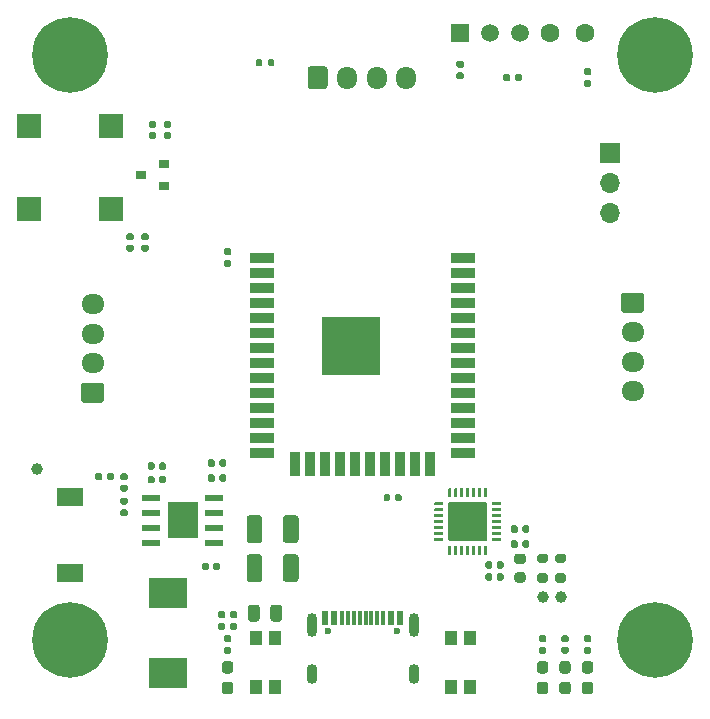
<source format=gbr>
G04 #@! TF.GenerationSoftware,KiCad,Pcbnew,(5.1.9)-1*
G04 #@! TF.CreationDate,2022-02-01T14:59:45+01:00*
G04 #@! TF.ProjectId,ESPCraft,45535043-7261-4667-942e-6b696361645f,rev?*
G04 #@! TF.SameCoordinates,Original*
G04 #@! TF.FileFunction,Soldermask,Top*
G04 #@! TF.FilePolarity,Negative*
%FSLAX46Y46*%
G04 Gerber Fmt 4.6, Leading zero omitted, Abs format (unit mm)*
G04 Created by KiCad (PCBNEW (5.1.9)-1) date 2022-02-01 14:59:45*
%MOMM*%
%LPD*%
G01*
G04 APERTURE LIST*
%ADD10R,5.000000X5.000000*%
%ADD11R,2.000000X0.900000*%
%ADD12R,0.900000X2.000000*%
%ADD13O,1.700000X1.950000*%
%ADD14O,1.700000X1.700000*%
%ADD15R,1.700000X1.700000*%
%ADD16R,1.100000X1.300000*%
%ADD17C,0.800000*%
%ADD18C,6.400000*%
%ADD19O,1.950000X1.700000*%
%ADD20R,2.000000X2.000000*%
%ADD21R,0.900000X0.800000*%
%ADD22C,1.600000*%
%ADD23O,0.900000X2.000000*%
%ADD24O,0.900000X1.700000*%
%ADD25R,0.300000X1.160000*%
%ADD26C,0.600000*%
%ADD27R,0.600000X1.160000*%
%ADD28C,1.500000*%
%ADD29R,1.500000X1.500000*%
%ADD30R,3.300000X2.500000*%
%ADD31R,2.200000X1.500000*%
%ADD32C,1.000000*%
%ADD33R,2.600000X3.100000*%
%ADD34R,1.550000X0.600000*%
G04 APERTURE END LIST*
D10*
X142510000Y-102750000D03*
D11*
X135010000Y-95250000D03*
X135010000Y-96520000D03*
X135010000Y-97790000D03*
X135010000Y-99060000D03*
X135010000Y-100330000D03*
X135010000Y-101600000D03*
X135010000Y-102870000D03*
X135010000Y-104140000D03*
X135010000Y-105410000D03*
X135010000Y-106680000D03*
X135010000Y-107950000D03*
X135010000Y-109220000D03*
X135010000Y-110490000D03*
X135010000Y-111760000D03*
D12*
X137795000Y-112760000D03*
X139065000Y-112760000D03*
X140335000Y-112760000D03*
X141605000Y-112760000D03*
X142875000Y-112760000D03*
X144145000Y-112760000D03*
X145415000Y-112760000D03*
X146685000Y-112760000D03*
X147955000Y-112760000D03*
X149225000Y-112760000D03*
D11*
X152010000Y-111760000D03*
X152010000Y-110490000D03*
X152010000Y-109220000D03*
X152010000Y-107950000D03*
X152010000Y-106680000D03*
X152010000Y-105410000D03*
X152010000Y-104140000D03*
X152010000Y-102870000D03*
X152010000Y-101600000D03*
X152010000Y-100330000D03*
X152010000Y-99060000D03*
X152010000Y-97790000D03*
X152010000Y-96520000D03*
X152010000Y-95250000D03*
G36*
G01*
X138850000Y-80735000D02*
X138850000Y-79285000D01*
G75*
G02*
X139100000Y-79035000I250000J0D01*
G01*
X140300000Y-79035000D01*
G75*
G02*
X140550000Y-79285000I0J-250000D01*
G01*
X140550000Y-80735000D01*
G75*
G02*
X140300000Y-80985000I-250000J0D01*
G01*
X139100000Y-80985000D01*
G75*
G02*
X138850000Y-80735000I0J250000D01*
G01*
G37*
D13*
X142200000Y-80010000D03*
X144700000Y-80010000D03*
X147200000Y-80010000D03*
D14*
X164465000Y-91440000D03*
X164465000Y-88900000D03*
D15*
X164465000Y-86360000D03*
D16*
X134455000Y-131590000D03*
X136055000Y-131590000D03*
X134455000Y-127490000D03*
X136055000Y-127490000D03*
X150965000Y-131590000D03*
X152565000Y-131590000D03*
X150965000Y-127490000D03*
X152565000Y-127490000D03*
G36*
G01*
X158512500Y-131160000D02*
X158987500Y-131160000D01*
G75*
G02*
X159225000Y-131397500I0J-237500D01*
G01*
X159225000Y-131972500D01*
G75*
G02*
X158987500Y-132210000I-237500J0D01*
G01*
X158512500Y-132210000D01*
G75*
G02*
X158275000Y-131972500I0J237500D01*
G01*
X158275000Y-131397500D01*
G75*
G02*
X158512500Y-131160000I237500J0D01*
G01*
G37*
G36*
G01*
X158512500Y-129410000D02*
X158987500Y-129410000D01*
G75*
G02*
X159225000Y-129647500I0J-237500D01*
G01*
X159225000Y-130222500D01*
G75*
G02*
X158987500Y-130460000I-237500J0D01*
G01*
X158512500Y-130460000D01*
G75*
G02*
X158275000Y-130222500I0J237500D01*
G01*
X158275000Y-129647500D01*
G75*
G02*
X158512500Y-129410000I237500J0D01*
G01*
G37*
G36*
G01*
X160417500Y-129410000D02*
X160892500Y-129410000D01*
G75*
G02*
X161130000Y-129647500I0J-237500D01*
G01*
X161130000Y-130222500D01*
G75*
G02*
X160892500Y-130460000I-237500J0D01*
G01*
X160417500Y-130460000D01*
G75*
G02*
X160180000Y-130222500I0J237500D01*
G01*
X160180000Y-129647500D01*
G75*
G02*
X160417500Y-129410000I237500J0D01*
G01*
G37*
G36*
G01*
X160417500Y-131160000D02*
X160892500Y-131160000D01*
G75*
G02*
X161130000Y-131397500I0J-237500D01*
G01*
X161130000Y-131972500D01*
G75*
G02*
X160892500Y-132210000I-237500J0D01*
G01*
X160417500Y-132210000D01*
G75*
G02*
X160180000Y-131972500I0J237500D01*
G01*
X160180000Y-131397500D01*
G75*
G02*
X160417500Y-131160000I237500J0D01*
G01*
G37*
G36*
G01*
X162322500Y-129410000D02*
X162797500Y-129410000D01*
G75*
G02*
X163035000Y-129647500I0J-237500D01*
G01*
X163035000Y-130222500D01*
G75*
G02*
X162797500Y-130460000I-237500J0D01*
G01*
X162322500Y-130460000D01*
G75*
G02*
X162085000Y-130222500I0J237500D01*
G01*
X162085000Y-129647500D01*
G75*
G02*
X162322500Y-129410000I237500J0D01*
G01*
G37*
G36*
G01*
X162322500Y-131160000D02*
X162797500Y-131160000D01*
G75*
G02*
X163035000Y-131397500I0J-237500D01*
G01*
X163035000Y-131972500D01*
G75*
G02*
X162797500Y-132210000I-237500J0D01*
G01*
X162322500Y-132210000D01*
G75*
G02*
X162085000Y-131972500I0J237500D01*
G01*
X162085000Y-131397500D01*
G75*
G02*
X162322500Y-131160000I237500J0D01*
G01*
G37*
G36*
G01*
X131842500Y-131160000D02*
X132317500Y-131160000D01*
G75*
G02*
X132555000Y-131397500I0J-237500D01*
G01*
X132555000Y-131972500D01*
G75*
G02*
X132317500Y-132210000I-237500J0D01*
G01*
X131842500Y-132210000D01*
G75*
G02*
X131605000Y-131972500I0J237500D01*
G01*
X131605000Y-131397500D01*
G75*
G02*
X131842500Y-131160000I237500J0D01*
G01*
G37*
G36*
G01*
X131842500Y-129410000D02*
X132317500Y-129410000D01*
G75*
G02*
X132555000Y-129647500I0J-237500D01*
G01*
X132555000Y-130222500D01*
G75*
G02*
X132317500Y-130460000I-237500J0D01*
G01*
X131842500Y-130460000D01*
G75*
G02*
X131605000Y-130222500I0J237500D01*
G01*
X131605000Y-129647500D01*
G75*
G02*
X131842500Y-129410000I237500J0D01*
G01*
G37*
D17*
X120442056Y-76407944D03*
X118745000Y-75705000D03*
X117047944Y-76407944D03*
X116345000Y-78105000D03*
X117047944Y-79802056D03*
X118745000Y-80505000D03*
X120442056Y-79802056D03*
X121145000Y-78105000D03*
D18*
X118745000Y-78105000D03*
X168275000Y-78105000D03*
D17*
X170675000Y-78105000D03*
X169972056Y-79802056D03*
X168275000Y-80505000D03*
X166577944Y-79802056D03*
X165875000Y-78105000D03*
X166577944Y-76407944D03*
X168275000Y-75705000D03*
X169972056Y-76407944D03*
X169972056Y-125937944D03*
X168275000Y-125235000D03*
X166577944Y-125937944D03*
X165875000Y-127635000D03*
X166577944Y-129332056D03*
X168275000Y-130035000D03*
X169972056Y-129332056D03*
X170675000Y-127635000D03*
D18*
X168275000Y-127635000D03*
X118745000Y-127635000D03*
D17*
X121145000Y-127635000D03*
X120442056Y-129332056D03*
X118745000Y-130035000D03*
X117047944Y-129332056D03*
X116345000Y-127635000D03*
X117047944Y-125937944D03*
X118745000Y-125235000D03*
X120442056Y-125937944D03*
G36*
G01*
X165645000Y-98210000D02*
X167095000Y-98210000D01*
G75*
G02*
X167345000Y-98460000I0J-250000D01*
G01*
X167345000Y-99660000D01*
G75*
G02*
X167095000Y-99910000I-250000J0D01*
G01*
X165645000Y-99910000D01*
G75*
G02*
X165395000Y-99660000I0J250000D01*
G01*
X165395000Y-98460000D01*
G75*
G02*
X165645000Y-98210000I250000J0D01*
G01*
G37*
D19*
X166370000Y-101560000D03*
X166370000Y-104060000D03*
X166370000Y-106560000D03*
X120650000Y-99180000D03*
X120650000Y-101680000D03*
X120650000Y-104180000D03*
G36*
G01*
X121375000Y-107530000D02*
X119925000Y-107530000D01*
G75*
G02*
X119675000Y-107280000I0J250000D01*
G01*
X119675000Y-106080000D01*
G75*
G02*
X119925000Y-105830000I250000J0D01*
G01*
X121375000Y-105830000D01*
G75*
G02*
X121625000Y-106080000I0J-250000D01*
G01*
X121625000Y-107280000D01*
G75*
G02*
X121375000Y-107530000I-250000J0D01*
G01*
G37*
G36*
G01*
X153825001Y-119277000D02*
X150974999Y-119277000D01*
G75*
G02*
X150725000Y-119027001I0J249999D01*
G01*
X150725000Y-116176999D01*
G75*
G02*
X150974999Y-115927000I249999J0D01*
G01*
X153825001Y-115927000D01*
G75*
G02*
X154075000Y-116176999I0J-249999D01*
G01*
X154075000Y-119027001D01*
G75*
G02*
X153825001Y-119277000I-249999J0D01*
G01*
G37*
G36*
G01*
X150962500Y-120452000D02*
X150837500Y-120452000D01*
G75*
G02*
X150775000Y-120389500I0J62500D01*
G01*
X150775000Y-119714500D01*
G75*
G02*
X150837500Y-119652000I62500J0D01*
G01*
X150962500Y-119652000D01*
G75*
G02*
X151025000Y-119714500I0J-62500D01*
G01*
X151025000Y-120389500D01*
G75*
G02*
X150962500Y-120452000I-62500J0D01*
G01*
G37*
G36*
G01*
X151462500Y-120452000D02*
X151337500Y-120452000D01*
G75*
G02*
X151275000Y-120389500I0J62500D01*
G01*
X151275000Y-119714500D01*
G75*
G02*
X151337500Y-119652000I62500J0D01*
G01*
X151462500Y-119652000D01*
G75*
G02*
X151525000Y-119714500I0J-62500D01*
G01*
X151525000Y-120389500D01*
G75*
G02*
X151462500Y-120452000I-62500J0D01*
G01*
G37*
G36*
G01*
X151962500Y-120452000D02*
X151837500Y-120452000D01*
G75*
G02*
X151775000Y-120389500I0J62500D01*
G01*
X151775000Y-119714500D01*
G75*
G02*
X151837500Y-119652000I62500J0D01*
G01*
X151962500Y-119652000D01*
G75*
G02*
X152025000Y-119714500I0J-62500D01*
G01*
X152025000Y-120389500D01*
G75*
G02*
X151962500Y-120452000I-62500J0D01*
G01*
G37*
G36*
G01*
X152462500Y-120452000D02*
X152337500Y-120452000D01*
G75*
G02*
X152275000Y-120389500I0J62500D01*
G01*
X152275000Y-119714500D01*
G75*
G02*
X152337500Y-119652000I62500J0D01*
G01*
X152462500Y-119652000D01*
G75*
G02*
X152525000Y-119714500I0J-62500D01*
G01*
X152525000Y-120389500D01*
G75*
G02*
X152462500Y-120452000I-62500J0D01*
G01*
G37*
G36*
G01*
X152962500Y-120452000D02*
X152837500Y-120452000D01*
G75*
G02*
X152775000Y-120389500I0J62500D01*
G01*
X152775000Y-119714500D01*
G75*
G02*
X152837500Y-119652000I62500J0D01*
G01*
X152962500Y-119652000D01*
G75*
G02*
X153025000Y-119714500I0J-62500D01*
G01*
X153025000Y-120389500D01*
G75*
G02*
X152962500Y-120452000I-62500J0D01*
G01*
G37*
G36*
G01*
X153462500Y-120452000D02*
X153337500Y-120452000D01*
G75*
G02*
X153275000Y-120389500I0J62500D01*
G01*
X153275000Y-119714500D01*
G75*
G02*
X153337500Y-119652000I62500J0D01*
G01*
X153462500Y-119652000D01*
G75*
G02*
X153525000Y-119714500I0J-62500D01*
G01*
X153525000Y-120389500D01*
G75*
G02*
X153462500Y-120452000I-62500J0D01*
G01*
G37*
G36*
G01*
X153962500Y-120452000D02*
X153837500Y-120452000D01*
G75*
G02*
X153775000Y-120389500I0J62500D01*
G01*
X153775000Y-119714500D01*
G75*
G02*
X153837500Y-119652000I62500J0D01*
G01*
X153962500Y-119652000D01*
G75*
G02*
X154025000Y-119714500I0J-62500D01*
G01*
X154025000Y-120389500D01*
G75*
G02*
X153962500Y-120452000I-62500J0D01*
G01*
G37*
G36*
G01*
X155187500Y-119227000D02*
X154512500Y-119227000D01*
G75*
G02*
X154450000Y-119164500I0J62500D01*
G01*
X154450000Y-119039500D01*
G75*
G02*
X154512500Y-118977000I62500J0D01*
G01*
X155187500Y-118977000D01*
G75*
G02*
X155250000Y-119039500I0J-62500D01*
G01*
X155250000Y-119164500D01*
G75*
G02*
X155187500Y-119227000I-62500J0D01*
G01*
G37*
G36*
G01*
X155187500Y-118727000D02*
X154512500Y-118727000D01*
G75*
G02*
X154450000Y-118664500I0J62500D01*
G01*
X154450000Y-118539500D01*
G75*
G02*
X154512500Y-118477000I62500J0D01*
G01*
X155187500Y-118477000D01*
G75*
G02*
X155250000Y-118539500I0J-62500D01*
G01*
X155250000Y-118664500D01*
G75*
G02*
X155187500Y-118727000I-62500J0D01*
G01*
G37*
G36*
G01*
X155187500Y-118227000D02*
X154512500Y-118227000D01*
G75*
G02*
X154450000Y-118164500I0J62500D01*
G01*
X154450000Y-118039500D01*
G75*
G02*
X154512500Y-117977000I62500J0D01*
G01*
X155187500Y-117977000D01*
G75*
G02*
X155250000Y-118039500I0J-62500D01*
G01*
X155250000Y-118164500D01*
G75*
G02*
X155187500Y-118227000I-62500J0D01*
G01*
G37*
G36*
G01*
X155187500Y-117727000D02*
X154512500Y-117727000D01*
G75*
G02*
X154450000Y-117664500I0J62500D01*
G01*
X154450000Y-117539500D01*
G75*
G02*
X154512500Y-117477000I62500J0D01*
G01*
X155187500Y-117477000D01*
G75*
G02*
X155250000Y-117539500I0J-62500D01*
G01*
X155250000Y-117664500D01*
G75*
G02*
X155187500Y-117727000I-62500J0D01*
G01*
G37*
G36*
G01*
X155187500Y-117227000D02*
X154512500Y-117227000D01*
G75*
G02*
X154450000Y-117164500I0J62500D01*
G01*
X154450000Y-117039500D01*
G75*
G02*
X154512500Y-116977000I62500J0D01*
G01*
X155187500Y-116977000D01*
G75*
G02*
X155250000Y-117039500I0J-62500D01*
G01*
X155250000Y-117164500D01*
G75*
G02*
X155187500Y-117227000I-62500J0D01*
G01*
G37*
G36*
G01*
X155187500Y-116727000D02*
X154512500Y-116727000D01*
G75*
G02*
X154450000Y-116664500I0J62500D01*
G01*
X154450000Y-116539500D01*
G75*
G02*
X154512500Y-116477000I62500J0D01*
G01*
X155187500Y-116477000D01*
G75*
G02*
X155250000Y-116539500I0J-62500D01*
G01*
X155250000Y-116664500D01*
G75*
G02*
X155187500Y-116727000I-62500J0D01*
G01*
G37*
G36*
G01*
X155187500Y-116227000D02*
X154512500Y-116227000D01*
G75*
G02*
X154450000Y-116164500I0J62500D01*
G01*
X154450000Y-116039500D01*
G75*
G02*
X154512500Y-115977000I62500J0D01*
G01*
X155187500Y-115977000D01*
G75*
G02*
X155250000Y-116039500I0J-62500D01*
G01*
X155250000Y-116164500D01*
G75*
G02*
X155187500Y-116227000I-62500J0D01*
G01*
G37*
G36*
G01*
X153962500Y-115552000D02*
X153837500Y-115552000D01*
G75*
G02*
X153775000Y-115489500I0J62500D01*
G01*
X153775000Y-114814500D01*
G75*
G02*
X153837500Y-114752000I62500J0D01*
G01*
X153962500Y-114752000D01*
G75*
G02*
X154025000Y-114814500I0J-62500D01*
G01*
X154025000Y-115489500D01*
G75*
G02*
X153962500Y-115552000I-62500J0D01*
G01*
G37*
G36*
G01*
X153462500Y-115552000D02*
X153337500Y-115552000D01*
G75*
G02*
X153275000Y-115489500I0J62500D01*
G01*
X153275000Y-114814500D01*
G75*
G02*
X153337500Y-114752000I62500J0D01*
G01*
X153462500Y-114752000D01*
G75*
G02*
X153525000Y-114814500I0J-62500D01*
G01*
X153525000Y-115489500D01*
G75*
G02*
X153462500Y-115552000I-62500J0D01*
G01*
G37*
G36*
G01*
X152962500Y-115552000D02*
X152837500Y-115552000D01*
G75*
G02*
X152775000Y-115489500I0J62500D01*
G01*
X152775000Y-114814500D01*
G75*
G02*
X152837500Y-114752000I62500J0D01*
G01*
X152962500Y-114752000D01*
G75*
G02*
X153025000Y-114814500I0J-62500D01*
G01*
X153025000Y-115489500D01*
G75*
G02*
X152962500Y-115552000I-62500J0D01*
G01*
G37*
G36*
G01*
X152462500Y-115552000D02*
X152337500Y-115552000D01*
G75*
G02*
X152275000Y-115489500I0J62500D01*
G01*
X152275000Y-114814500D01*
G75*
G02*
X152337500Y-114752000I62500J0D01*
G01*
X152462500Y-114752000D01*
G75*
G02*
X152525000Y-114814500I0J-62500D01*
G01*
X152525000Y-115489500D01*
G75*
G02*
X152462500Y-115552000I-62500J0D01*
G01*
G37*
G36*
G01*
X151962500Y-115552000D02*
X151837500Y-115552000D01*
G75*
G02*
X151775000Y-115489500I0J62500D01*
G01*
X151775000Y-114814500D01*
G75*
G02*
X151837500Y-114752000I62500J0D01*
G01*
X151962500Y-114752000D01*
G75*
G02*
X152025000Y-114814500I0J-62500D01*
G01*
X152025000Y-115489500D01*
G75*
G02*
X151962500Y-115552000I-62500J0D01*
G01*
G37*
G36*
G01*
X151462500Y-115552000D02*
X151337500Y-115552000D01*
G75*
G02*
X151275000Y-115489500I0J62500D01*
G01*
X151275000Y-114814500D01*
G75*
G02*
X151337500Y-114752000I62500J0D01*
G01*
X151462500Y-114752000D01*
G75*
G02*
X151525000Y-114814500I0J-62500D01*
G01*
X151525000Y-115489500D01*
G75*
G02*
X151462500Y-115552000I-62500J0D01*
G01*
G37*
G36*
G01*
X150962500Y-115552000D02*
X150837500Y-115552000D01*
G75*
G02*
X150775000Y-115489500I0J62500D01*
G01*
X150775000Y-114814500D01*
G75*
G02*
X150837500Y-114752000I62500J0D01*
G01*
X150962500Y-114752000D01*
G75*
G02*
X151025000Y-114814500I0J-62500D01*
G01*
X151025000Y-115489500D01*
G75*
G02*
X150962500Y-115552000I-62500J0D01*
G01*
G37*
G36*
G01*
X150287500Y-116227000D02*
X149612500Y-116227000D01*
G75*
G02*
X149550000Y-116164500I0J62500D01*
G01*
X149550000Y-116039500D01*
G75*
G02*
X149612500Y-115977000I62500J0D01*
G01*
X150287500Y-115977000D01*
G75*
G02*
X150350000Y-116039500I0J-62500D01*
G01*
X150350000Y-116164500D01*
G75*
G02*
X150287500Y-116227000I-62500J0D01*
G01*
G37*
G36*
G01*
X150287500Y-116727000D02*
X149612500Y-116727000D01*
G75*
G02*
X149550000Y-116664500I0J62500D01*
G01*
X149550000Y-116539500D01*
G75*
G02*
X149612500Y-116477000I62500J0D01*
G01*
X150287500Y-116477000D01*
G75*
G02*
X150350000Y-116539500I0J-62500D01*
G01*
X150350000Y-116664500D01*
G75*
G02*
X150287500Y-116727000I-62500J0D01*
G01*
G37*
G36*
G01*
X150287500Y-117227000D02*
X149612500Y-117227000D01*
G75*
G02*
X149550000Y-117164500I0J62500D01*
G01*
X149550000Y-117039500D01*
G75*
G02*
X149612500Y-116977000I62500J0D01*
G01*
X150287500Y-116977000D01*
G75*
G02*
X150350000Y-117039500I0J-62500D01*
G01*
X150350000Y-117164500D01*
G75*
G02*
X150287500Y-117227000I-62500J0D01*
G01*
G37*
G36*
G01*
X150287500Y-117727000D02*
X149612500Y-117727000D01*
G75*
G02*
X149550000Y-117664500I0J62500D01*
G01*
X149550000Y-117539500D01*
G75*
G02*
X149612500Y-117477000I62500J0D01*
G01*
X150287500Y-117477000D01*
G75*
G02*
X150350000Y-117539500I0J-62500D01*
G01*
X150350000Y-117664500D01*
G75*
G02*
X150287500Y-117727000I-62500J0D01*
G01*
G37*
G36*
G01*
X150287500Y-118227000D02*
X149612500Y-118227000D01*
G75*
G02*
X149550000Y-118164500I0J62500D01*
G01*
X149550000Y-118039500D01*
G75*
G02*
X149612500Y-117977000I62500J0D01*
G01*
X150287500Y-117977000D01*
G75*
G02*
X150350000Y-118039500I0J-62500D01*
G01*
X150350000Y-118164500D01*
G75*
G02*
X150287500Y-118227000I-62500J0D01*
G01*
G37*
G36*
G01*
X150287500Y-118727000D02*
X149612500Y-118727000D01*
G75*
G02*
X149550000Y-118664500I0J62500D01*
G01*
X149550000Y-118539500D01*
G75*
G02*
X149612500Y-118477000I62500J0D01*
G01*
X150287500Y-118477000D01*
G75*
G02*
X150350000Y-118539500I0J-62500D01*
G01*
X150350000Y-118664500D01*
G75*
G02*
X150287500Y-118727000I-62500J0D01*
G01*
G37*
G36*
G01*
X150287500Y-119227000D02*
X149612500Y-119227000D01*
G75*
G02*
X149550000Y-119164500I0J62500D01*
G01*
X149550000Y-119039500D01*
G75*
G02*
X149612500Y-118977000I62500J0D01*
G01*
X150287500Y-118977000D01*
G75*
G02*
X150350000Y-119039500I0J-62500D01*
G01*
X150350000Y-119164500D01*
G75*
G02*
X150287500Y-119227000I-62500J0D01*
G01*
G37*
D20*
X115245000Y-91130000D03*
X115245000Y-84130000D03*
X122245000Y-84130000D03*
X122245000Y-91130000D03*
G36*
G01*
X123652500Y-94170000D02*
X123997500Y-94170000D01*
G75*
G02*
X124145000Y-94317500I0J-147500D01*
G01*
X124145000Y-94612500D01*
G75*
G02*
X123997500Y-94760000I-147500J0D01*
G01*
X123652500Y-94760000D01*
G75*
G02*
X123505000Y-94612500I0J147500D01*
G01*
X123505000Y-94317500D01*
G75*
G02*
X123652500Y-94170000I147500J0D01*
G01*
G37*
G36*
G01*
X123652500Y-93200000D02*
X123997500Y-93200000D01*
G75*
G02*
X124145000Y-93347500I0J-147500D01*
G01*
X124145000Y-93642500D01*
G75*
G02*
X123997500Y-93790000I-147500J0D01*
G01*
X123652500Y-93790000D01*
G75*
G02*
X123505000Y-93642500I0J147500D01*
G01*
X123505000Y-93347500D01*
G75*
G02*
X123652500Y-93200000I147500J0D01*
G01*
G37*
G36*
G01*
X156065000Y-118409500D02*
X156065000Y-118064500D01*
G75*
G02*
X156212500Y-117917000I147500J0D01*
G01*
X156507500Y-117917000D01*
G75*
G02*
X156655000Y-118064500I0J-147500D01*
G01*
X156655000Y-118409500D01*
G75*
G02*
X156507500Y-118557000I-147500J0D01*
G01*
X156212500Y-118557000D01*
G75*
G02*
X156065000Y-118409500I0J147500D01*
G01*
G37*
G36*
G01*
X157035000Y-118409500D02*
X157035000Y-118064500D01*
G75*
G02*
X157182500Y-117917000I147500J0D01*
G01*
X157477500Y-117917000D01*
G75*
G02*
X157625000Y-118064500I0J-147500D01*
G01*
X157625000Y-118409500D01*
G75*
G02*
X157477500Y-118557000I-147500J0D01*
G01*
X157182500Y-118557000D01*
G75*
G02*
X157035000Y-118409500I0J147500D01*
G01*
G37*
G36*
G01*
X124922500Y-93200000D02*
X125267500Y-93200000D01*
G75*
G02*
X125415000Y-93347500I0J-147500D01*
G01*
X125415000Y-93642500D01*
G75*
G02*
X125267500Y-93790000I-147500J0D01*
G01*
X124922500Y-93790000D01*
G75*
G02*
X124775000Y-93642500I0J147500D01*
G01*
X124775000Y-93347500D01*
G75*
G02*
X124922500Y-93200000I147500J0D01*
G01*
G37*
G36*
G01*
X124922500Y-94170000D02*
X125267500Y-94170000D01*
G75*
G02*
X125415000Y-94317500I0J-147500D01*
G01*
X125415000Y-94612500D01*
G75*
G02*
X125267500Y-94760000I-147500J0D01*
G01*
X124922500Y-94760000D01*
G75*
G02*
X124775000Y-94612500I0J147500D01*
G01*
X124775000Y-94317500D01*
G75*
G02*
X124922500Y-94170000I147500J0D01*
G01*
G37*
G36*
G01*
X157035000Y-119679500D02*
X157035000Y-119334500D01*
G75*
G02*
X157182500Y-119187000I147500J0D01*
G01*
X157477500Y-119187000D01*
G75*
G02*
X157625000Y-119334500I0J-147500D01*
G01*
X157625000Y-119679500D01*
G75*
G02*
X157477500Y-119827000I-147500J0D01*
G01*
X157182500Y-119827000D01*
G75*
G02*
X157035000Y-119679500I0J147500D01*
G01*
G37*
G36*
G01*
X156065000Y-119679500D02*
X156065000Y-119334500D01*
G75*
G02*
X156212500Y-119187000I147500J0D01*
G01*
X156507500Y-119187000D01*
G75*
G02*
X156655000Y-119334500I0J-147500D01*
G01*
X156655000Y-119679500D01*
G75*
G02*
X156507500Y-119827000I-147500J0D01*
G01*
X156212500Y-119827000D01*
G75*
G02*
X156065000Y-119679500I0J147500D01*
G01*
G37*
G36*
G01*
X158922500Y-127826000D02*
X158577500Y-127826000D01*
G75*
G02*
X158430000Y-127678500I0J147500D01*
G01*
X158430000Y-127383500D01*
G75*
G02*
X158577500Y-127236000I147500J0D01*
G01*
X158922500Y-127236000D01*
G75*
G02*
X159070000Y-127383500I0J-147500D01*
G01*
X159070000Y-127678500D01*
G75*
G02*
X158922500Y-127826000I-147500J0D01*
G01*
G37*
G36*
G01*
X158922500Y-128796000D02*
X158577500Y-128796000D01*
G75*
G02*
X158430000Y-128648500I0J147500D01*
G01*
X158430000Y-128353500D01*
G75*
G02*
X158577500Y-128206000I147500J0D01*
G01*
X158922500Y-128206000D01*
G75*
G02*
X159070000Y-128353500I0J-147500D01*
G01*
X159070000Y-128648500D01*
G75*
G02*
X158922500Y-128796000I-147500J0D01*
G01*
G37*
G36*
G01*
X160827500Y-128796000D02*
X160482500Y-128796000D01*
G75*
G02*
X160335000Y-128648500I0J147500D01*
G01*
X160335000Y-128353500D01*
G75*
G02*
X160482500Y-128206000I147500J0D01*
G01*
X160827500Y-128206000D01*
G75*
G02*
X160975000Y-128353500I0J-147500D01*
G01*
X160975000Y-128648500D01*
G75*
G02*
X160827500Y-128796000I-147500J0D01*
G01*
G37*
G36*
G01*
X160827500Y-127826000D02*
X160482500Y-127826000D01*
G75*
G02*
X160335000Y-127678500I0J147500D01*
G01*
X160335000Y-127383500D01*
G75*
G02*
X160482500Y-127236000I147500J0D01*
G01*
X160827500Y-127236000D01*
G75*
G02*
X160975000Y-127383500I0J-147500D01*
G01*
X160975000Y-127678500D01*
G75*
G02*
X160827500Y-127826000I-147500J0D01*
G01*
G37*
G36*
G01*
X162732500Y-127826000D02*
X162387500Y-127826000D01*
G75*
G02*
X162240000Y-127678500I0J147500D01*
G01*
X162240000Y-127383500D01*
G75*
G02*
X162387500Y-127236000I147500J0D01*
G01*
X162732500Y-127236000D01*
G75*
G02*
X162880000Y-127383500I0J-147500D01*
G01*
X162880000Y-127678500D01*
G75*
G02*
X162732500Y-127826000I-147500J0D01*
G01*
G37*
G36*
G01*
X162732500Y-128796000D02*
X162387500Y-128796000D01*
G75*
G02*
X162240000Y-128648500I0J147500D01*
G01*
X162240000Y-128353500D01*
G75*
G02*
X162387500Y-128206000I147500J0D01*
G01*
X162732500Y-128206000D01*
G75*
G02*
X162880000Y-128353500I0J-147500D01*
G01*
X162880000Y-128648500D01*
G75*
G02*
X162732500Y-128796000I-147500J0D01*
G01*
G37*
G36*
G01*
X132252500Y-128796000D02*
X131907500Y-128796000D01*
G75*
G02*
X131760000Y-128648500I0J147500D01*
G01*
X131760000Y-128353500D01*
G75*
G02*
X131907500Y-128206000I147500J0D01*
G01*
X132252500Y-128206000D01*
G75*
G02*
X132400000Y-128353500I0J-147500D01*
G01*
X132400000Y-128648500D01*
G75*
G02*
X132252500Y-128796000I-147500J0D01*
G01*
G37*
G36*
G01*
X132252500Y-127826000D02*
X131907500Y-127826000D01*
G75*
G02*
X131760000Y-127678500I0J147500D01*
G01*
X131760000Y-127383500D01*
G75*
G02*
X131907500Y-127236000I147500J0D01*
G01*
X132252500Y-127236000D01*
G75*
G02*
X132400000Y-127383500I0J-147500D01*
G01*
X132400000Y-127678500D01*
G75*
G02*
X132252500Y-127826000I-147500J0D01*
G01*
G37*
G36*
G01*
X131744500Y-125794000D02*
X131399500Y-125794000D01*
G75*
G02*
X131252000Y-125646500I0J147500D01*
G01*
X131252000Y-125351500D01*
G75*
G02*
X131399500Y-125204000I147500J0D01*
G01*
X131744500Y-125204000D01*
G75*
G02*
X131892000Y-125351500I0J-147500D01*
G01*
X131892000Y-125646500D01*
G75*
G02*
X131744500Y-125794000I-147500J0D01*
G01*
G37*
G36*
G01*
X131744500Y-126764000D02*
X131399500Y-126764000D01*
G75*
G02*
X131252000Y-126616500I0J147500D01*
G01*
X131252000Y-126321500D01*
G75*
G02*
X131399500Y-126174000I147500J0D01*
G01*
X131744500Y-126174000D01*
G75*
G02*
X131892000Y-126321500I0J-147500D01*
G01*
X131892000Y-126616500D01*
G75*
G02*
X131744500Y-126764000I-147500J0D01*
G01*
G37*
G36*
G01*
X132252500Y-96030000D02*
X131907500Y-96030000D01*
G75*
G02*
X131760000Y-95882500I0J147500D01*
G01*
X131760000Y-95587500D01*
G75*
G02*
X131907500Y-95440000I147500J0D01*
G01*
X132252500Y-95440000D01*
G75*
G02*
X132400000Y-95587500I0J-147500D01*
G01*
X132400000Y-95882500D01*
G75*
G02*
X132252500Y-96030000I-147500J0D01*
G01*
G37*
G36*
G01*
X132252500Y-95060000D02*
X131907500Y-95060000D01*
G75*
G02*
X131760000Y-94912500I0J147500D01*
G01*
X131760000Y-94617500D01*
G75*
G02*
X131907500Y-94470000I147500J0D01*
G01*
X132252500Y-94470000D01*
G75*
G02*
X132400000Y-94617500I0J-147500D01*
G01*
X132400000Y-94912500D01*
G75*
G02*
X132252500Y-95060000I-147500J0D01*
G01*
G37*
D21*
X126730000Y-89215000D03*
X126730000Y-87315000D03*
X124730000Y-88265000D03*
G36*
G01*
X126827500Y-83675000D02*
X127172500Y-83675000D01*
G75*
G02*
X127320000Y-83822500I0J-147500D01*
G01*
X127320000Y-84117500D01*
G75*
G02*
X127172500Y-84265000I-147500J0D01*
G01*
X126827500Y-84265000D01*
G75*
G02*
X126680000Y-84117500I0J147500D01*
G01*
X126680000Y-83822500D01*
G75*
G02*
X126827500Y-83675000I147500J0D01*
G01*
G37*
G36*
G01*
X126827500Y-84645000D02*
X127172500Y-84645000D01*
G75*
G02*
X127320000Y-84792500I0J-147500D01*
G01*
X127320000Y-85087500D01*
G75*
G02*
X127172500Y-85235000I-147500J0D01*
G01*
X126827500Y-85235000D01*
G75*
G02*
X126680000Y-85087500I0J147500D01*
G01*
X126680000Y-84792500D01*
G75*
G02*
X126827500Y-84645000I147500J0D01*
G01*
G37*
G36*
G01*
X125902500Y-84265000D02*
X125557500Y-84265000D01*
G75*
G02*
X125410000Y-84117500I0J147500D01*
G01*
X125410000Y-83822500D01*
G75*
G02*
X125557500Y-83675000I147500J0D01*
G01*
X125902500Y-83675000D01*
G75*
G02*
X126050000Y-83822500I0J-147500D01*
G01*
X126050000Y-84117500D01*
G75*
G02*
X125902500Y-84265000I-147500J0D01*
G01*
G37*
G36*
G01*
X125902500Y-85235000D02*
X125557500Y-85235000D01*
G75*
G02*
X125410000Y-85087500I0J147500D01*
G01*
X125410000Y-84792500D01*
G75*
G02*
X125557500Y-84645000I147500J0D01*
G01*
X125902500Y-84645000D01*
G75*
G02*
X126050000Y-84792500I0J-147500D01*
G01*
X126050000Y-85087500D01*
G75*
G02*
X125902500Y-85235000I-147500J0D01*
G01*
G37*
D22*
X159385000Y-76200000D03*
X162385000Y-76200000D03*
G36*
G01*
X162387500Y-80200000D02*
X162732500Y-80200000D01*
G75*
G02*
X162880000Y-80347500I0J-147500D01*
G01*
X162880000Y-80642500D01*
G75*
G02*
X162732500Y-80790000I-147500J0D01*
G01*
X162387500Y-80790000D01*
G75*
G02*
X162240000Y-80642500I0J147500D01*
G01*
X162240000Y-80347500D01*
G75*
G02*
X162387500Y-80200000I147500J0D01*
G01*
G37*
G36*
G01*
X162387500Y-79230000D02*
X162732500Y-79230000D01*
G75*
G02*
X162880000Y-79377500I0J-147500D01*
G01*
X162880000Y-79672500D01*
G75*
G02*
X162732500Y-79820000I-147500J0D01*
G01*
X162387500Y-79820000D01*
G75*
G02*
X162240000Y-79672500I0J147500D01*
G01*
X162240000Y-79377500D01*
G75*
G02*
X162387500Y-79230000I147500J0D01*
G01*
G37*
G36*
G01*
X156990000Y-79837500D02*
X156990000Y-80182500D01*
G75*
G02*
X156842500Y-80330000I-147500J0D01*
G01*
X156547500Y-80330000D01*
G75*
G02*
X156400000Y-80182500I0J147500D01*
G01*
X156400000Y-79837500D01*
G75*
G02*
X156547500Y-79690000I147500J0D01*
G01*
X156842500Y-79690000D01*
G75*
G02*
X156990000Y-79837500I0J-147500D01*
G01*
G37*
G36*
G01*
X156020000Y-79837500D02*
X156020000Y-80182500D01*
G75*
G02*
X155872500Y-80330000I-147500J0D01*
G01*
X155577500Y-80330000D01*
G75*
G02*
X155430000Y-80182500I0J147500D01*
G01*
X155430000Y-79837500D01*
G75*
G02*
X155577500Y-79690000I147500J0D01*
G01*
X155872500Y-79690000D01*
G75*
G02*
X156020000Y-79837500I0J-147500D01*
G01*
G37*
G36*
G01*
X151592500Y-78595000D02*
X151937500Y-78595000D01*
G75*
G02*
X152085000Y-78742500I0J-147500D01*
G01*
X152085000Y-79037500D01*
G75*
G02*
X151937500Y-79185000I-147500J0D01*
G01*
X151592500Y-79185000D01*
G75*
G02*
X151445000Y-79037500I0J147500D01*
G01*
X151445000Y-78742500D01*
G75*
G02*
X151592500Y-78595000I147500J0D01*
G01*
G37*
G36*
G01*
X151592500Y-79565000D02*
X151937500Y-79565000D01*
G75*
G02*
X152085000Y-79712500I0J-147500D01*
G01*
X152085000Y-80007500D01*
G75*
G02*
X151937500Y-80155000I-147500J0D01*
G01*
X151592500Y-80155000D01*
G75*
G02*
X151445000Y-80007500I0J147500D01*
G01*
X151445000Y-79712500D01*
G75*
G02*
X151592500Y-79565000I147500J0D01*
G01*
G37*
D23*
X139190000Y-126340000D03*
X147830000Y-126340000D03*
D24*
X139190000Y-130510000D03*
X147830000Y-130510000D03*
D25*
X142760000Y-125760000D03*
X143260000Y-125760000D03*
X143760000Y-125760000D03*
X141760000Y-125760000D03*
X142260000Y-125760000D03*
X144760000Y-125760000D03*
X144260000Y-125760000D03*
X145260000Y-125760000D03*
D26*
X146400000Y-126820000D03*
X140620000Y-126820000D03*
D27*
X141110000Y-125760000D03*
X141110000Y-125760000D03*
X140310000Y-125760000D03*
X140310000Y-125760000D03*
X145910000Y-125760000D03*
X146710000Y-125760000D03*
X145910000Y-125760000D03*
X146710000Y-125760000D03*
G36*
G01*
X156588750Y-120314000D02*
X157101250Y-120314000D01*
G75*
G02*
X157320000Y-120532750I0J-218750D01*
G01*
X157320000Y-120970250D01*
G75*
G02*
X157101250Y-121189000I-218750J0D01*
G01*
X156588750Y-121189000D01*
G75*
G02*
X156370000Y-120970250I0J218750D01*
G01*
X156370000Y-120532750D01*
G75*
G02*
X156588750Y-120314000I218750J0D01*
G01*
G37*
G36*
G01*
X156588750Y-121889000D02*
X157101250Y-121889000D01*
G75*
G02*
X157320000Y-122107750I0J-218750D01*
G01*
X157320000Y-122545250D01*
G75*
G02*
X157101250Y-122764000I-218750J0D01*
G01*
X156588750Y-122764000D01*
G75*
G02*
X156370000Y-122545250I0J218750D01*
G01*
X156370000Y-122107750D01*
G75*
G02*
X156588750Y-121889000I218750J0D01*
G01*
G37*
D28*
X154305000Y-76200000D03*
X156845000Y-76200000D03*
D29*
X151765000Y-76200000D03*
G36*
G01*
X130873000Y-121584500D02*
X130873000Y-121239500D01*
G75*
G02*
X131020500Y-121092000I147500J0D01*
G01*
X131315500Y-121092000D01*
G75*
G02*
X131463000Y-121239500I0J-147500D01*
G01*
X131463000Y-121584500D01*
G75*
G02*
X131315500Y-121732000I-147500J0D01*
G01*
X131020500Y-121732000D01*
G75*
G02*
X130873000Y-121584500I0J147500D01*
G01*
G37*
G36*
G01*
X129903000Y-121584500D02*
X129903000Y-121239500D01*
G75*
G02*
X130050500Y-121092000I147500J0D01*
G01*
X130345500Y-121092000D01*
G75*
G02*
X130493000Y-121239500I0J-147500D01*
G01*
X130493000Y-121584500D01*
G75*
G02*
X130345500Y-121732000I-147500J0D01*
G01*
X130050500Y-121732000D01*
G75*
G02*
X129903000Y-121584500I0J147500D01*
G01*
G37*
G36*
G01*
X131001000Y-112476500D02*
X131001000Y-112821500D01*
G75*
G02*
X130853500Y-112969000I-147500J0D01*
G01*
X130558500Y-112969000D01*
G75*
G02*
X130411000Y-112821500I0J147500D01*
G01*
X130411000Y-112476500D01*
G75*
G02*
X130558500Y-112329000I147500J0D01*
G01*
X130853500Y-112329000D01*
G75*
G02*
X131001000Y-112476500I0J-147500D01*
G01*
G37*
G36*
G01*
X131971000Y-112476500D02*
X131971000Y-112821500D01*
G75*
G02*
X131823500Y-112969000I-147500J0D01*
G01*
X131528500Y-112969000D01*
G75*
G02*
X131381000Y-112821500I0J147500D01*
G01*
X131381000Y-112476500D01*
G75*
G02*
X131528500Y-112329000I147500J0D01*
G01*
X131823500Y-112329000D01*
G75*
G02*
X131971000Y-112476500I0J-147500D01*
G01*
G37*
G36*
G01*
X153906000Y-121457500D02*
X153906000Y-121112500D01*
G75*
G02*
X154053500Y-120965000I147500J0D01*
G01*
X154348500Y-120965000D01*
G75*
G02*
X154496000Y-121112500I0J-147500D01*
G01*
X154496000Y-121457500D01*
G75*
G02*
X154348500Y-121605000I-147500J0D01*
G01*
X154053500Y-121605000D01*
G75*
G02*
X153906000Y-121457500I0J147500D01*
G01*
G37*
G36*
G01*
X154876000Y-121457500D02*
X154876000Y-121112500D01*
G75*
G02*
X155023500Y-120965000I147500J0D01*
G01*
X155318500Y-120965000D01*
G75*
G02*
X155466000Y-121112500I0J-147500D01*
G01*
X155466000Y-121457500D01*
G75*
G02*
X155318500Y-121605000I-147500J0D01*
G01*
X155023500Y-121605000D01*
G75*
G02*
X154876000Y-121457500I0J147500D01*
G01*
G37*
G36*
G01*
X121476000Y-113619500D02*
X121476000Y-113964500D01*
G75*
G02*
X121328500Y-114112000I-147500J0D01*
G01*
X121033500Y-114112000D01*
G75*
G02*
X120886000Y-113964500I0J147500D01*
G01*
X120886000Y-113619500D01*
G75*
G02*
X121033500Y-113472000I147500J0D01*
G01*
X121328500Y-113472000D01*
G75*
G02*
X121476000Y-113619500I0J-147500D01*
G01*
G37*
G36*
G01*
X122446000Y-113619500D02*
X122446000Y-113964500D01*
G75*
G02*
X122298500Y-114112000I-147500J0D01*
G01*
X122003500Y-114112000D01*
G75*
G02*
X121856000Y-113964500I0J147500D01*
G01*
X121856000Y-113619500D01*
G75*
G02*
X122003500Y-113472000I147500J0D01*
G01*
X122298500Y-113472000D01*
G75*
G02*
X122446000Y-113619500I0J-147500D01*
G01*
G37*
G36*
G01*
X123144500Y-114490000D02*
X123489500Y-114490000D01*
G75*
G02*
X123637000Y-114637500I0J-147500D01*
G01*
X123637000Y-114932500D01*
G75*
G02*
X123489500Y-115080000I-147500J0D01*
G01*
X123144500Y-115080000D01*
G75*
G02*
X122997000Y-114932500I0J147500D01*
G01*
X122997000Y-114637500D01*
G75*
G02*
X123144500Y-114490000I147500J0D01*
G01*
G37*
G36*
G01*
X123144500Y-113520000D02*
X123489500Y-113520000D01*
G75*
G02*
X123637000Y-113667500I0J-147500D01*
G01*
X123637000Y-113962500D01*
G75*
G02*
X123489500Y-114110000I-147500J0D01*
G01*
X123144500Y-114110000D01*
G75*
G02*
X122997000Y-113962500I0J147500D01*
G01*
X122997000Y-113667500D01*
G75*
G02*
X123144500Y-113520000I147500J0D01*
G01*
G37*
G36*
G01*
X136765000Y-122464002D02*
X136765000Y-120613998D01*
G75*
G02*
X137014998Y-120364000I249998J0D01*
G01*
X137840002Y-120364000D01*
G75*
G02*
X138090000Y-120613998I0J-249998D01*
G01*
X138090000Y-122464002D01*
G75*
G02*
X137840002Y-122714000I-249998J0D01*
G01*
X137014998Y-122714000D01*
G75*
G02*
X136765000Y-122464002I0J249998D01*
G01*
G37*
G36*
G01*
X133690000Y-122464002D02*
X133690000Y-120613998D01*
G75*
G02*
X133939998Y-120364000I249998J0D01*
G01*
X134765002Y-120364000D01*
G75*
G02*
X135015000Y-120613998I0J-249998D01*
G01*
X135015000Y-122464002D01*
G75*
G02*
X134765002Y-122714000I-249998J0D01*
G01*
X133939998Y-122714000D01*
G75*
G02*
X133690000Y-122464002I0J249998D01*
G01*
G37*
G36*
G01*
X133690000Y-119162002D02*
X133690000Y-117311998D01*
G75*
G02*
X133939998Y-117062000I249998J0D01*
G01*
X134765002Y-117062000D01*
G75*
G02*
X135015000Y-117311998I0J-249998D01*
G01*
X135015000Y-119162002D01*
G75*
G02*
X134765002Y-119412000I-249998J0D01*
G01*
X133939998Y-119412000D01*
G75*
G02*
X133690000Y-119162002I0J249998D01*
G01*
G37*
G36*
G01*
X136765000Y-119162002D02*
X136765000Y-117311998D01*
G75*
G02*
X137014998Y-117062000I249998J0D01*
G01*
X137840002Y-117062000D01*
G75*
G02*
X138090000Y-117311998I0J-249998D01*
G01*
X138090000Y-119162002D01*
G75*
G02*
X137840002Y-119412000I-249998J0D01*
G01*
X137014998Y-119412000D01*
G75*
G02*
X136765000Y-119162002I0J249998D01*
G01*
G37*
D30*
X127000000Y-123600000D03*
X127000000Y-130400000D03*
D31*
X118745000Y-121945000D03*
X118745000Y-115545000D03*
G36*
G01*
X126868000Y-112730500D02*
X126868000Y-113075500D01*
G75*
G02*
X126720500Y-113223000I-147500J0D01*
G01*
X126425500Y-113223000D01*
G75*
G02*
X126278000Y-113075500I0J147500D01*
G01*
X126278000Y-112730500D01*
G75*
G02*
X126425500Y-112583000I147500J0D01*
G01*
X126720500Y-112583000D01*
G75*
G02*
X126868000Y-112730500I0J-147500D01*
G01*
G37*
G36*
G01*
X125898000Y-112730500D02*
X125898000Y-113075500D01*
G75*
G02*
X125750500Y-113223000I-147500J0D01*
G01*
X125455500Y-113223000D01*
G75*
G02*
X125308000Y-113075500I0J147500D01*
G01*
X125308000Y-112730500D01*
G75*
G02*
X125455500Y-112583000I147500J0D01*
G01*
X125750500Y-112583000D01*
G75*
G02*
X125898000Y-112730500I0J-147500D01*
G01*
G37*
G36*
G01*
X123489500Y-117135000D02*
X123144500Y-117135000D01*
G75*
G02*
X122997000Y-116987500I0J147500D01*
G01*
X122997000Y-116692500D01*
G75*
G02*
X123144500Y-116545000I147500J0D01*
G01*
X123489500Y-116545000D01*
G75*
G02*
X123637000Y-116692500I0J-147500D01*
G01*
X123637000Y-116987500D01*
G75*
G02*
X123489500Y-117135000I-147500J0D01*
G01*
G37*
G36*
G01*
X123489500Y-116165000D02*
X123144500Y-116165000D01*
G75*
G02*
X122997000Y-116017500I0J147500D01*
G01*
X122997000Y-115722500D01*
G75*
G02*
X123144500Y-115575000I147500J0D01*
G01*
X123489500Y-115575000D01*
G75*
G02*
X123637000Y-115722500I0J-147500D01*
G01*
X123637000Y-116017500D01*
G75*
G02*
X123489500Y-116165000I-147500J0D01*
G01*
G37*
G36*
G01*
X126278000Y-114218500D02*
X126278000Y-113873500D01*
G75*
G02*
X126425500Y-113726000I147500J0D01*
G01*
X126720500Y-113726000D01*
G75*
G02*
X126868000Y-113873500I0J-147500D01*
G01*
X126868000Y-114218500D01*
G75*
G02*
X126720500Y-114366000I-147500J0D01*
G01*
X126425500Y-114366000D01*
G75*
G02*
X126278000Y-114218500I0J147500D01*
G01*
G37*
G36*
G01*
X125308000Y-114218500D02*
X125308000Y-113873500D01*
G75*
G02*
X125455500Y-113726000I147500J0D01*
G01*
X125750500Y-113726000D01*
G75*
G02*
X125898000Y-113873500I0J-147500D01*
G01*
X125898000Y-114218500D01*
G75*
G02*
X125750500Y-114366000I-147500J0D01*
G01*
X125455500Y-114366000D01*
G75*
G02*
X125308000Y-114218500I0J147500D01*
G01*
G37*
D32*
X160274000Y-123952000D03*
X158750000Y-123952000D03*
D33*
X128270000Y-117475000D03*
D34*
X130970000Y-119380000D03*
X130970000Y-118110000D03*
X130970000Y-116840000D03*
X130970000Y-115570000D03*
X125570000Y-115570000D03*
X125570000Y-116840000D03*
X125570000Y-118110000D03*
X125570000Y-119380000D03*
D32*
X115951000Y-113157000D03*
G36*
G01*
X153906000Y-122473500D02*
X153906000Y-122128500D01*
G75*
G02*
X154053500Y-121981000I147500J0D01*
G01*
X154348500Y-121981000D01*
G75*
G02*
X154496000Y-122128500I0J-147500D01*
G01*
X154496000Y-122473500D01*
G75*
G02*
X154348500Y-122621000I-147500J0D01*
G01*
X154053500Y-122621000D01*
G75*
G02*
X153906000Y-122473500I0J147500D01*
G01*
G37*
G36*
G01*
X154876000Y-122473500D02*
X154876000Y-122128500D01*
G75*
G02*
X155023500Y-121981000I147500J0D01*
G01*
X155318500Y-121981000D01*
G75*
G02*
X155466000Y-122128500I0J-147500D01*
G01*
X155466000Y-122473500D01*
G75*
G02*
X155318500Y-122621000I-147500J0D01*
G01*
X155023500Y-122621000D01*
G75*
G02*
X154876000Y-122473500I0J147500D01*
G01*
G37*
G36*
G01*
X132760500Y-126764000D02*
X132415500Y-126764000D01*
G75*
G02*
X132268000Y-126616500I0J147500D01*
G01*
X132268000Y-126321500D01*
G75*
G02*
X132415500Y-126174000I147500J0D01*
G01*
X132760500Y-126174000D01*
G75*
G02*
X132908000Y-126321500I0J-147500D01*
G01*
X132908000Y-126616500D01*
G75*
G02*
X132760500Y-126764000I-147500J0D01*
G01*
G37*
G36*
G01*
X132760500Y-125794000D02*
X132415500Y-125794000D01*
G75*
G02*
X132268000Y-125646500I0J147500D01*
G01*
X132268000Y-125351500D01*
G75*
G02*
X132415500Y-125204000I147500J0D01*
G01*
X132760500Y-125204000D01*
G75*
G02*
X132908000Y-125351500I0J-147500D01*
G01*
X132908000Y-125646500D01*
G75*
G02*
X132760500Y-125794000I-147500J0D01*
G01*
G37*
G36*
G01*
X130411000Y-114091500D02*
X130411000Y-113746500D01*
G75*
G02*
X130558500Y-113599000I147500J0D01*
G01*
X130853500Y-113599000D01*
G75*
G02*
X131001000Y-113746500I0J-147500D01*
G01*
X131001000Y-114091500D01*
G75*
G02*
X130853500Y-114239000I-147500J0D01*
G01*
X130558500Y-114239000D01*
G75*
G02*
X130411000Y-114091500I0J147500D01*
G01*
G37*
G36*
G01*
X131381000Y-114091500D02*
X131381000Y-113746500D01*
G75*
G02*
X131528500Y-113599000I147500J0D01*
G01*
X131823500Y-113599000D01*
G75*
G02*
X131971000Y-113746500I0J-147500D01*
G01*
X131971000Y-114091500D01*
G75*
G02*
X131823500Y-114239000I-147500J0D01*
G01*
X131528500Y-114239000D01*
G75*
G02*
X131381000Y-114091500I0J147500D01*
G01*
G37*
G36*
G01*
X136035000Y-78555000D02*
X136035000Y-78925000D01*
G75*
G02*
X135900000Y-79060000I-135000J0D01*
G01*
X135630000Y-79060000D01*
G75*
G02*
X135495000Y-78925000I0J135000D01*
G01*
X135495000Y-78555000D01*
G75*
G02*
X135630000Y-78420000I135000J0D01*
G01*
X135900000Y-78420000D01*
G75*
G02*
X136035000Y-78555000I0J-135000D01*
G01*
G37*
G36*
G01*
X135015000Y-78555000D02*
X135015000Y-78925000D01*
G75*
G02*
X134880000Y-79060000I-135000J0D01*
G01*
X134610000Y-79060000D01*
G75*
G02*
X134475000Y-78925000I0J135000D01*
G01*
X134475000Y-78555000D01*
G75*
G02*
X134610000Y-78420000I135000J0D01*
G01*
X134880000Y-78420000D01*
G75*
G02*
X135015000Y-78555000I0J-135000D01*
G01*
G37*
G36*
G01*
X145290000Y-115740000D02*
X145290000Y-115400000D01*
G75*
G02*
X145430000Y-115260000I140000J0D01*
G01*
X145710000Y-115260000D01*
G75*
G02*
X145850000Y-115400000I0J-140000D01*
G01*
X145850000Y-115740000D01*
G75*
G02*
X145710000Y-115880000I-140000J0D01*
G01*
X145430000Y-115880000D01*
G75*
G02*
X145290000Y-115740000I0J140000D01*
G01*
G37*
G36*
G01*
X146250000Y-115740000D02*
X146250000Y-115400000D01*
G75*
G02*
X146390000Y-115260000I140000J0D01*
G01*
X146670000Y-115260000D01*
G75*
G02*
X146810000Y-115400000I0J-140000D01*
G01*
X146810000Y-115740000D01*
G75*
G02*
X146670000Y-115880000I-140000J0D01*
G01*
X146390000Y-115880000D01*
G75*
G02*
X146250000Y-115740000I0J140000D01*
G01*
G37*
G36*
G01*
X158475000Y-121964000D02*
X159025000Y-121964000D01*
G75*
G02*
X159225000Y-122164000I0J-200000D01*
G01*
X159225000Y-122564000D01*
G75*
G02*
X159025000Y-122764000I-200000J0D01*
G01*
X158475000Y-122764000D01*
G75*
G02*
X158275000Y-122564000I0J200000D01*
G01*
X158275000Y-122164000D01*
G75*
G02*
X158475000Y-121964000I200000J0D01*
G01*
G37*
G36*
G01*
X158475000Y-120314000D02*
X159025000Y-120314000D01*
G75*
G02*
X159225000Y-120514000I0J-200000D01*
G01*
X159225000Y-120914000D01*
G75*
G02*
X159025000Y-121114000I-200000J0D01*
G01*
X158475000Y-121114000D01*
G75*
G02*
X158275000Y-120914000I0J200000D01*
G01*
X158275000Y-120514000D01*
G75*
G02*
X158475000Y-120314000I200000J0D01*
G01*
G37*
G36*
G01*
X159999000Y-120314000D02*
X160549000Y-120314000D01*
G75*
G02*
X160749000Y-120514000I0J-200000D01*
G01*
X160749000Y-120914000D01*
G75*
G02*
X160549000Y-121114000I-200000J0D01*
G01*
X159999000Y-121114000D01*
G75*
G02*
X159799000Y-120914000I0J200000D01*
G01*
X159799000Y-120514000D01*
G75*
G02*
X159999000Y-120314000I200000J0D01*
G01*
G37*
G36*
G01*
X159999000Y-121964000D02*
X160549000Y-121964000D01*
G75*
G02*
X160749000Y-122164000I0J-200000D01*
G01*
X160749000Y-122564000D01*
G75*
G02*
X160549000Y-122764000I-200000J0D01*
G01*
X159999000Y-122764000D01*
G75*
G02*
X159799000Y-122564000I0J200000D01*
G01*
X159799000Y-122164000D01*
G75*
G02*
X159999000Y-121964000I200000J0D01*
G01*
G37*
G36*
G01*
X133805000Y-125824000D02*
X133805000Y-124874000D01*
G75*
G02*
X134055000Y-124624000I250000J0D01*
G01*
X134555000Y-124624000D01*
G75*
G02*
X134805000Y-124874000I0J-250000D01*
G01*
X134805000Y-125824000D01*
G75*
G02*
X134555000Y-126074000I-250000J0D01*
G01*
X134055000Y-126074000D01*
G75*
G02*
X133805000Y-125824000I0J250000D01*
G01*
G37*
G36*
G01*
X135705000Y-125824000D02*
X135705000Y-124874000D01*
G75*
G02*
X135955000Y-124624000I250000J0D01*
G01*
X136455000Y-124624000D01*
G75*
G02*
X136705000Y-124874000I0J-250000D01*
G01*
X136705000Y-125824000D01*
G75*
G02*
X136455000Y-126074000I-250000J0D01*
G01*
X135955000Y-126074000D01*
G75*
G02*
X135705000Y-125824000I0J250000D01*
G01*
G37*
M02*

</source>
